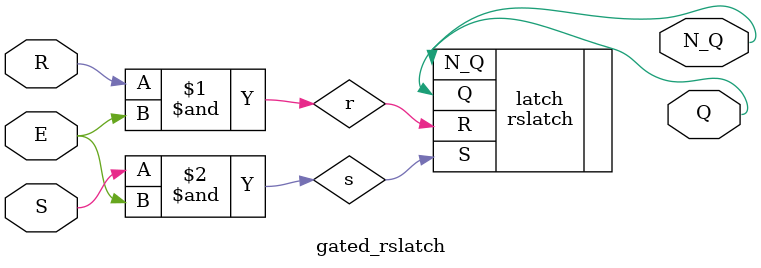
<source format=v>
`timescale 1ns / 1ps


module gated_rslatch(
    input R,
    input S,
    input E,
    output Q,
    output N_Q
    );
	 wire r,s;
	 and(r,R,E);
	 and(s,S,E);
	 rslatch latch(
		.R(r),
		.S(s),
		.Q(Q),
		.N_Q(N_Q)
	 );
	 


endmodule

</source>
